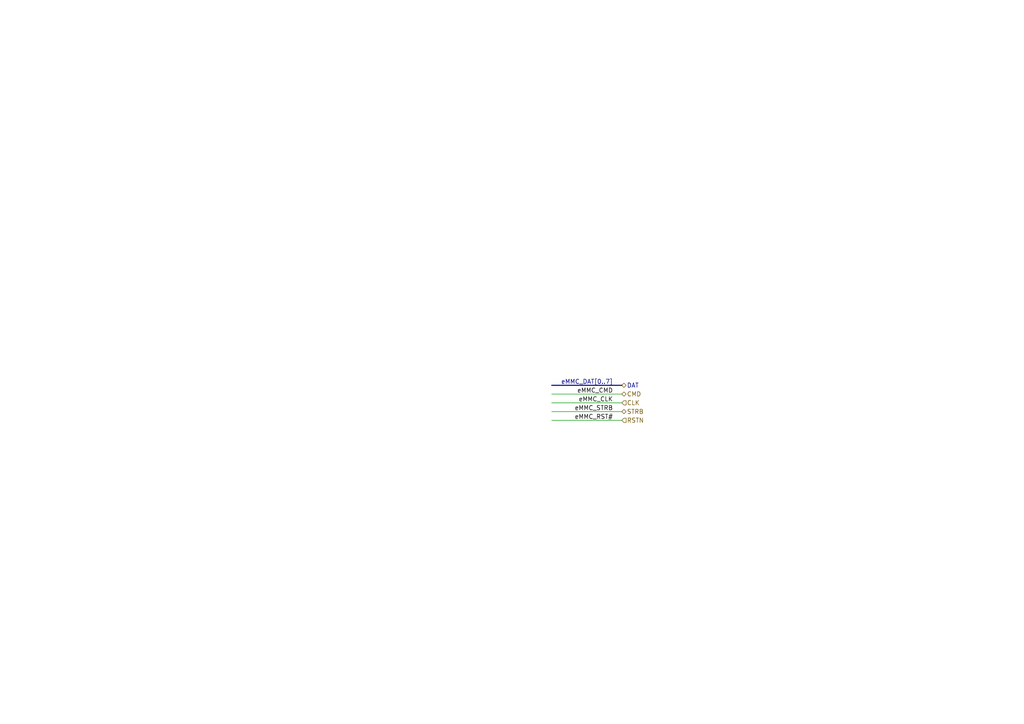
<source format=kicad_sch>
(kicad_sch
	(version 20250114)
	(generator "eeschema")
	(generator_version "9.0")
	(uuid "dadbfca4-24b7-4eb6-8795-3e2d41b05bbf")
	(paper "A4")
	(title_block
		(date "2026-01-09")
		(rev "1.0.0")
	)
	(lib_symbols)
	(wire
		(pts
			(xy 160.02 119.38) (xy 180.34 119.38)
		)
		(stroke
			(width 0)
			(type default)
		)
		(uuid "101a99a3-34d5-47d6-aeb7-c7e53970551c")
	)
	(bus
		(pts
			(xy 160.02 111.76) (xy 180.34 111.76)
		)
		(stroke
			(width 0)
			(type default)
		)
		(uuid "1ee99bee-d6e8-4803-8fcc-abbfc71bbcfc")
	)
	(wire
		(pts
			(xy 160.02 121.92) (xy 180.34 121.92)
		)
		(stroke
			(width 0)
			(type default)
		)
		(uuid "44f182a0-0e0a-417b-81d1-0c4d8f58f92a")
	)
	(wire
		(pts
			(xy 160.02 116.84) (xy 180.34 116.84)
		)
		(stroke
			(width 0)
			(type default)
		)
		(uuid "47e9b11b-d52f-4641-b90a-b2800e9a3074")
	)
	(wire
		(pts
			(xy 160.02 114.3) (xy 180.34 114.3)
		)
		(stroke
			(width 0)
			(type default)
		)
		(uuid "9949e4bb-60b9-41fa-8b33-754b6f26cfe0")
	)
	(label "eMMC_DAT[0..7]"
		(at 177.8 111.76 180)
		(effects
			(font
				(size 1.27 1.27)
			)
			(justify right bottom)
		)
		(uuid "1d94bdb7-a29e-45f4-b2c2-8ef52cc627fe")
	)
	(label "eMMC_STRB"
		(at 177.8 119.38 180)
		(effects
			(font
				(size 1.27 1.27)
			)
			(justify right bottom)
		)
		(uuid "236f239d-f9b8-493a-a377-185b5b34fd7a")
	)
	(label "eMMC_CLK"
		(at 177.8 116.84 180)
		(effects
			(font
				(size 1.27 1.27)
			)
			(justify right bottom)
		)
		(uuid "2bdc0ccf-91b0-4add-82cf-b749c4de407d")
	)
	(label "eMMC_RST#"
		(at 177.8 121.92 180)
		(effects
			(font
				(size 1.27 1.27)
			)
			(justify right bottom)
		)
		(uuid "977fcd80-9f87-4745-8e64-395323b36bab")
	)
	(label "eMMC_CMD"
		(at 177.8 114.3 180)
		(effects
			(font
				(size 1.27 1.27)
			)
			(justify right bottom)
		)
		(uuid "b4657d38-af1a-4c4e-935f-09766e40a4b1")
	)
	(hierarchical_label "DAT"
		(shape bidirectional)
		(at 180.34 111.76 0)
		(effects
			(font
				(size 1.27 1.27)
			)
			(justify left)
		)
		(uuid "37e33d98-d776-436a-b03d-1d19bb557f3c")
	)
	(hierarchical_label "CMD"
		(shape bidirectional)
		(at 180.34 114.3 0)
		(effects
			(font
				(size 1.27 1.27)
			)
			(justify left)
		)
		(uuid "561b6402-4572-430f-a402-d0daf370e463")
	)
	(hierarchical_label "CLK"
		(shape input)
		(at 180.34 116.84 0)
		(effects
			(font
				(size 1.27 1.27)
			)
			(justify left)
		)
		(uuid "98704e1e-3c53-4054-8106-0c0c53a2e359")
	)
	(hierarchical_label "RSTN"
		(shape input)
		(at 180.34 121.92 0)
		(effects
			(font
				(size 1.27 1.27)
			)
			(justify left)
		)
		(uuid "a0528ffd-9779-4101-b7b6-98209d5e7ff6")
	)
	(hierarchical_label "STRB"
		(shape bidirectional)
		(at 180.34 119.38 0)
		(effects
			(font
				(size 1.27 1.27)
			)
			(justify left)
		)
		(uuid "e1f18ce7-15ef-4435-91c7-f87e038d9bce")
	)
)

</source>
